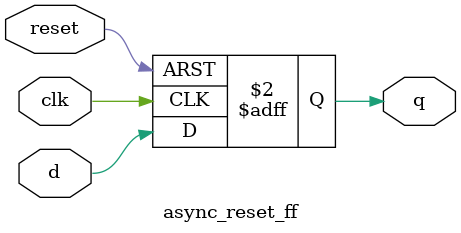
<source format=sv>
module async_reset_ff (
    input wire clk,       // Clock input
    input wire reset,     // Asynchronous reset input
    input wire d,         // Data input
    output reg q          // Output
);


always @ (posedge clk or posedge reset) begin
    if (reset)          // If reset is asserted
        q <= 0;         // Set the output to 0 (active-low reset)
    else
        q <= d;         // Otherwise, latch the value of 'd' on the clock edge
end

endmodule
</source>
